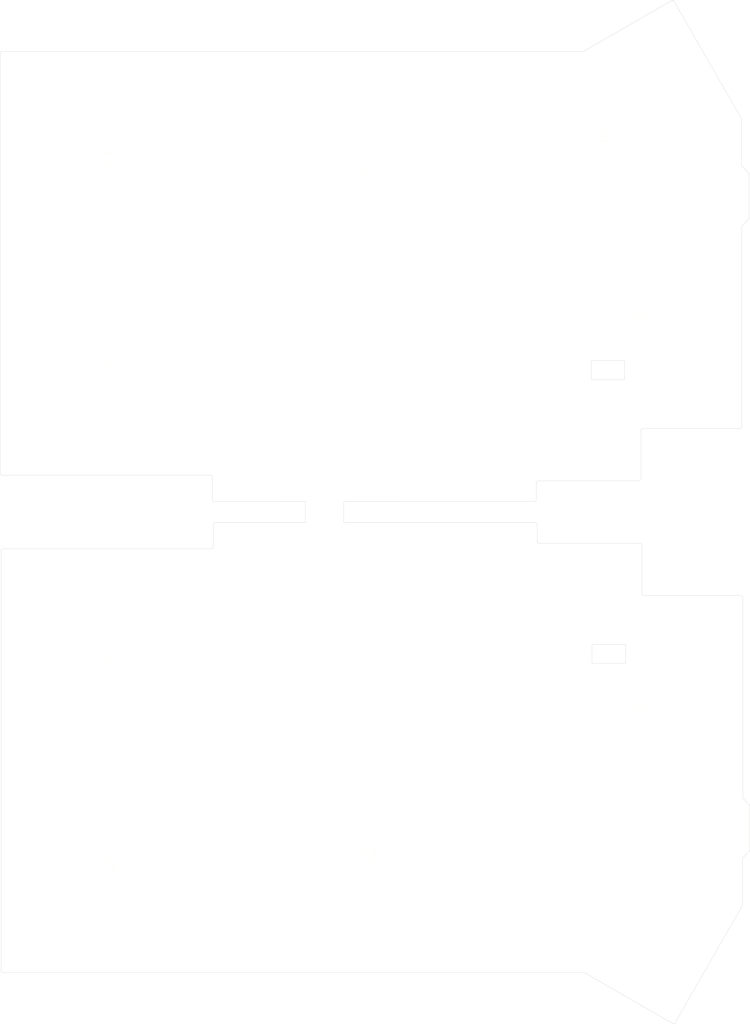
<source format=kicad_pcb>
(kicad_pcb (version 20171130) (host pcbnew "(5.1.0-0)")

  (general
    (thickness 1.6)
    (drawings 73)
    (tracks 0)
    (zones 0)
    (modules 12)
    (nets 1)
  )

  (page A4)
  (layers
    (0 F.Cu signal)
    (31 B.Cu signal)
    (32 B.Adhes user)
    (33 F.Adhes user)
    (34 B.Paste user)
    (35 F.Paste user)
    (36 B.SilkS user)
    (37 F.SilkS user)
    (38 B.Mask user)
    (39 F.Mask user)
    (40 Dwgs.User user)
    (41 Cmts.User user)
    (42 Eco1.User user)
    (43 Eco2.User user)
    (44 Edge.Cuts user)
    (45 Margin user)
    (46 B.CrtYd user)
    (47 F.CrtYd user)
    (48 B.Fab user)
    (49 F.Fab user)
  )

  (setup
    (last_trace_width 0.25)
    (user_trace_width 19.05)
    (trace_clearance 0.2)
    (zone_clearance 0.508)
    (zone_45_only no)
    (trace_min 0.2)
    (via_size 0.8)
    (via_drill 0.4)
    (via_min_size 0.4)
    (via_min_drill 0.3)
    (uvia_size 0.3)
    (uvia_drill 0.1)
    (uvias_allowed no)
    (uvia_min_size 0.2)
    (uvia_min_drill 0.1)
    (edge_width 0.05)
    (segment_width 0.2)
    (pcb_text_width 0.3)
    (pcb_text_size 1.5 1.5)
    (mod_edge_width 0.12)
    (mod_text_size 1 1)
    (mod_text_width 0.15)
    (pad_size 1.524 1.524)
    (pad_drill 0.762)
    (pad_to_mask_clearance 0.051)
    (solder_mask_min_width 0.25)
    (aux_axis_origin 0 0)
    (visible_elements FFFFFF7F)
    (pcbplotparams
      (layerselection 0x010f0_ffffffff)
      (usegerberextensions false)
      (usegerberattributes false)
      (usegerberadvancedattributes false)
      (creategerberjobfile false)
      (excludeedgelayer true)
      (linewidth 0.100000)
      (plotframeref false)
      (viasonmask false)
      (mode 1)
      (useauxorigin false)
      (hpglpennumber 1)
      (hpglpenspeed 20)
      (hpglpendiameter 15.000000)
      (psnegative false)
      (psa4output false)
      (plotreference true)
      (plotvalue true)
      (plotinvisibletext false)
      (padsonsilk false)
      (subtractmaskfromsilk false)
      (outputformat 1)
      (mirror false)
      (drillshape 0)
      (scaleselection 1)
      (outputdirectory ""))
  )

  (net 0 "")

  (net_class Default "これはデフォルトのネット クラスです。"
    (clearance 0.2)
    (trace_width 0.25)
    (via_dia 0.8)
    (via_drill 0.4)
    (uvia_dia 0.3)
    (uvia_drill 0.1)
  )

  (module lily58:HOLE_M2 (layer F.Cu) (tedit 5AB4F321) (tstamp 5EB6F3F7)
    (at 132.2324 39.4843)
    (fp_text reference HOLE_M2 (at 0 -2) (layer Eco2.User) hide
      (effects (font (size 0.29972 0.29972) (thickness 0.07493)))
    )
    (fp_text value VAL** (at 0 1.75) (layer Eco2.User) hide
      (effects (font (size 0.29972 0.29972) (thickness 0.07493)))
    )
    (pad "" np_thru_hole circle (at 0 0) (size 2.2 2.2) (drill 2.2) (layers *.Cu *.Mask F.SilkS)
      (clearance 0.8))
  )

  (module lily58:HOLE_M2 (layer F.Cu) (tedit 5AB4F321) (tstamp 5EB6F3F3)
    (at 85.0646 37.2364)
    (fp_text reference HOLE_M2 (at 0 -2) (layer Eco2.User) hide
      (effects (font (size 0.29972 0.29972) (thickness 0.07493)))
    )
    (fp_text value VAL** (at 0 1.75) (layer Eco2.User) hide
      (effects (font (size 0.29972 0.29972) (thickness 0.07493)))
    )
    (pad "" np_thru_hole circle (at 0 0) (size 2.2 2.2) (drill 2.2) (layers *.Cu *.Mask F.SilkS)
      (clearance 0.8))
  )

  (module lily58:HOLE_M2 (layer F.Cu) (tedit 5AB4F321) (tstamp 5EB6F3EF)
    (at 84.9884 75.3237)
    (fp_text reference HOLE_M2 (at 0 -2) (layer Eco2.User) hide
      (effects (font (size 0.29972 0.29972) (thickness 0.07493)))
    )
    (fp_text value VAL** (at 0 1.75) (layer Eco2.User) hide
      (effects (font (size 0.29972 0.29972) (thickness 0.07493)))
    )
    (pad "" np_thru_hole circle (at 0 0) (size 2.2 2.2) (drill 2.2) (layers *.Cu *.Mask F.SilkS)
      (clearance 0.8))
  )

  (module lily58:HOLE_M2 (layer F.Cu) (tedit 5AB4F321) (tstamp 5EB6F3EB)
    (at 180.9369 65.9892)
    (fp_text reference HOLE_M2 (at 0 -2) (layer Eco2.User) hide
      (effects (font (size 0.29972 0.29972) (thickness 0.07493)))
    )
    (fp_text value VAL** (at 0 1.75) (layer Eco2.User) hide
      (effects (font (size 0.29972 0.29972) (thickness 0.07493)))
    )
    (pad "" np_thru_hole circle (at 0 0) (size 2.2 2.2) (drill 2.2) (layers *.Cu *.Mask F.SilkS)
      (clearance 0.8))
  )

  (module lily58:HOLE_M2 (layer F.Cu) (tedit 5AB4F321) (tstamp 5EB6F2B2)
    (at 180.975 136.398)
    (fp_text reference HOLE_M2 (at 0 -2) (layer Eco2.User) hide
      (effects (font (size 0.29972 0.29972) (thickness 0.07493)))
    )
    (fp_text value VAL** (at 0 1.75) (layer Eco2.User) hide
      (effects (font (size 0.29972 0.29972) (thickness 0.07493)))
    )
    (pad "" np_thru_hole circle (at 0 0) (size 2.2 2.2) (drill 2.2) (layers *.Cu *.Mask F.SilkS)
      (clearance 0.8))
  )

  (module lily58:HOLE_M2 (layer F.Cu) (tedit 5AB4F321) (tstamp 5EB6F2AE)
    (at 85.0265 127.0508)
    (fp_text reference HOLE_M2 (at 0 -2) (layer Eco2.User) hide
      (effects (font (size 0.29972 0.29972) (thickness 0.07493)))
    )
    (fp_text value VAL** (at 0 1.75) (layer Eco2.User) hide
      (effects (font (size 0.29972 0.29972) (thickness 0.07493)))
    )
    (pad "" np_thru_hole circle (at 0 0) (size 2.2 2.2) (drill 2.2) (layers *.Cu *.Mask F.SilkS)
      (clearance 0.8))
  )

  (module lily58:HOLE_M2 (layer F.Cu) (tedit 5AB4F321) (tstamp 5EB6F2AA)
    (at 132.2324 162.8013)
    (fp_text reference HOLE_M2 (at 0 -2) (layer Eco2.User) hide
      (effects (font (size 0.29972 0.29972) (thickness 0.07493)))
    )
    (fp_text value VAL** (at 0 1.75) (layer Eco2.User) hide
      (effects (font (size 0.29972 0.29972) (thickness 0.07493)))
    )
    (pad "" np_thru_hole circle (at 0 0) (size 2.2 2.2) (drill 2.2) (layers *.Cu *.Mask F.SilkS)
      (clearance 0.8))
  )

  (module lily58:HOLE_M2 (layer F.Cu) (tedit 5AB4F321) (tstamp 5EB6F2A6)
    (at 85.0265 165.0238)
    (fp_text reference HOLE_M2 (at 0 -2) (layer Eco2.User) hide
      (effects (font (size 0.29972 0.29972) (thickness 0.07493)))
    )
    (fp_text value VAL** (at 0 1.75) (layer Eco2.User) hide
      (effects (font (size 0.29972 0.29972) (thickness 0.07493)))
    )
    (pad "" np_thru_hole circle (at 0 0) (size 2.2 2.2) (drill 2.2) (layers *.Cu *.Mask F.SilkS)
      (clearance 0.8))
  )

  (module Keebio-Parts:breakaway-mousebites (layer F.Cu) (tedit 5B90EF0D) (tstamp 5EB6F13E)
    (at 123.9993 102.5968 180)
    (fp_text reference REF** (at 0 -3.048 180) (layer Dwgs.User) hide
      (effects (font (size 1 1) (thickness 0.15)))
    )
    (fp_text value breakaway-mousebites (at 0 -4.75 180) (layer F.Fab) hide
      (effects (font (size 1 1) (thickness 0.15)))
    )
    (fp_line (start -2.794 0) (end 2.794 0) (layer Dwgs.User) (width 0.15))
    (pad "" np_thru_hole circle (at 0 -0.254 180) (size 0.7874 0.7874) (drill 0.7874) (layers *.Cu *.Mask))
    (pad "" np_thru_hole circle (at 1.27 -0.254 180) (size 0.7874 0.7874) (drill 0.7874) (layers *.Cu *.Mask))
    (pad "" np_thru_hole circle (at 2.54 -0.254 180) (size 0.7874 0.7874) (drill 0.7874) (layers *.Cu *.Mask))
    (pad "" np_thru_hole circle (at -1.27 -0.254 180) (size 0.7874 0.7874) (drill 0.7874) (layers *.Cu *.Mask))
    (pad "" np_thru_hole circle (at -2.54 -0.254 180) (size 0.7874 0.7874) (drill 0.7874) (layers *.Cu *.Mask))
  )

  (module Keebio-Parts:breakaway-mousebites (layer F.Cu) (tedit 5B90EF0D) (tstamp 5EB6F135)
    (at 123.9993 99.5968)
    (fp_text reference REF** (at 0 -3.048) (layer Dwgs.User) hide
      (effects (font (size 1 1) (thickness 0.15)))
    )
    (fp_text value breakaway-mousebites (at 0 -4.75) (layer F.Fab) hide
      (effects (font (size 1 1) (thickness 0.15)))
    )
    (fp_line (start -2.794 0) (end 2.794 0) (layer Dwgs.User) (width 0.15))
    (pad "" np_thru_hole circle (at -2.54 -0.254) (size 0.7874 0.7874) (drill 0.7874) (layers *.Cu *.Mask))
    (pad "" np_thru_hole circle (at -1.27 -0.254) (size 0.7874 0.7874) (drill 0.7874) (layers *.Cu *.Mask))
    (pad "" np_thru_hole circle (at 2.54 -0.254) (size 0.7874 0.7874) (drill 0.7874) (layers *.Cu *.Mask))
    (pad "" np_thru_hole circle (at 1.27 -0.254) (size 0.7874 0.7874) (drill 0.7874) (layers *.Cu *.Mask))
    (pad "" np_thru_hole circle (at 0 -0.254) (size 0.7874 0.7874) (drill 0.7874) (layers *.Cu *.Mask))
  )

  (module lily58:HOLE_M2 (layer F.Cu) (tedit 5AB4F321) (tstamp 5EB6EFF5)
    (at 174.4472 33.2105)
    (fp_text reference HOLE_M2 (at 0 -2) (layer Eco2.User) hide
      (effects (font (size 0.29972 0.29972) (thickness 0.07493)))
    )
    (fp_text value VAL** (at 0 1.75) (layer Eco2.User) hide
      (effects (font (size 0.29972 0.29972) (thickness 0.07493)))
    )
    (pad "" np_thru_hole circle (at 0 0) (size 2.2 2.2) (drill 2.2) (layers *.Cu *.Mask F.SilkS)
      (clearance 0.8))
  )

  (module lily58:HOLE_M2 (layer F.Cu) (tedit 5AB4F321) (tstamp 5EB6EFF1)
    (at 174.4853 168.9735)
    (fp_text reference HOLE_M2 (at 0 -2) (layer Eco2.User) hide
      (effects (font (size 0.29972 0.29972) (thickness 0.07493)))
    )
    (fp_text value VAL** (at 0 1.75) (layer Eco2.User) hide
      (effects (font (size 0.29972 0.29972) (thickness 0.07493)))
    )
    (pad "" np_thru_hole circle (at 0 0) (size 2.2 2.2) (drill 2.2) (layers *.Cu *.Mask F.SilkS)
      (clearance 0.8))
  )

  (gr_line (start 178.3842 128.3843) (end 172.3136 128.3843) (layer Edge.Cuts) (width 0.05) (tstamp 5EB68D6C))
  (gr_line (start 172.3136 124.9934) (end 172.3136 128.3843) (layer Edge.Cuts) (width 0.05))
  (gr_line (start 178.3842 124.9934) (end 172.3136 124.9934) (layer Edge.Cuts) (width 0.05))
  (gr_line (start 178.3842 128.3843) (end 178.3842 124.9934) (layer Edge.Cuts) (width 0.05))
  (dimension 3.4544 (width 0.12) (layer Dwgs.User) (tstamp 5EB79385)
    (gr_text "3.454 mm" (at 166.0285 126.6859 90) (layer Dwgs.User) (tstamp 5EB79385)
      (effects (font (size 1 1) (thickness 0.15)))
    )
    (feature1 (pts (xy 173.8263 128.4131) (xy 166.712079 128.4131)))
    (feature2 (pts (xy 173.8263 124.9587) (xy 166.712079 124.9587)))
    (crossbar (pts (xy 167.2985 124.9587) (xy 167.2985 128.4131)))
    (arrow1a (pts (xy 167.2985 128.4131) (xy 166.712079 127.286596)))
    (arrow1b (pts (xy 167.2985 128.4131) (xy 167.884921 127.286596)))
    (arrow2a (pts (xy 167.2985 124.9587) (xy 166.712079 126.085204)))
    (arrow2b (pts (xy 167.2985 124.9587) (xy 167.884921 126.085204)))
  )
  (dimension 6.0198 (width 0.12) (layer Dwgs.User) (tstamp 5EB79383)
    (gr_text "6.020 mm" (at 175.3555 132.1715) (layer Dwgs.User) (tstamp 5EB79383)
      (effects (font (size 1 1) (thickness 0.15)))
    )
    (feature1 (pts (xy 178.3654 128.4758) (xy 178.3654 131.487921)))
    (feature2 (pts (xy 172.3456 128.4758) (xy 172.3456 131.487921)))
    (crossbar (pts (xy 172.3456 130.9015) (xy 178.3654 130.9015)))
    (arrow1a (pts (xy 178.3654 130.9015) (xy 177.238896 131.487921)))
    (arrow1b (pts (xy 178.3654 130.9015) (xy 177.238896 130.315079)))
    (arrow2a (pts (xy 172.3456 130.9015) (xy 173.472104 131.487921)))
    (arrow2b (pts (xy 172.3456 130.9015) (xy 173.472104 130.315079)))
  )
  (dimension 21.1709 (width 0.15) (layer Dwgs.User) (tstamp 5EB79381)
    (gr_text "21.171 mm" (at 188.96355 122.045) (layer Dwgs.User) (tstamp 5EB79381)
      (effects (font (size 1 1) (thickness 0.15)))
    )
    (feature1 (pts (xy 199.549 125.1357) (xy 199.549 122.758579)))
    (feature2 (pts (xy 178.3781 125.1357) (xy 178.3781 122.758579)))
    (crossbar (pts (xy 178.3781 123.345) (xy 199.549 123.345)))
    (arrow1a (pts (xy 199.549 123.345) (xy 198.422496 123.931421)))
    (arrow1b (pts (xy 199.549 123.345) (xy 198.422496 122.758579)))
    (arrow2a (pts (xy 178.3781 123.345) (xy 179.504604 123.931421)))
    (arrow2b (pts (xy 178.3781 123.345) (xy 179.504604 122.758579)))
  )
  (dimension 18.2118 (width 0.15) (layer Dwgs.User) (tstamp 5EB7937F)
    (gr_text "18.212 mm" (at 176.5412 115.8393 90) (layer Dwgs.User) (tstamp 5EB7937F)
      (effects (font (size 1 1) (thickness 0.15)))
    )
    (feature1 (pts (xy 174.3649 124.9452) (xy 175.827621 124.9452)))
    (feature2 (pts (xy 174.3649 106.7334) (xy 175.827621 106.7334)))
    (crossbar (pts (xy 175.2412 106.7334) (xy 175.2412 124.9452)))
    (arrow1a (pts (xy 175.2412 124.9452) (xy 174.654779 123.818696)))
    (arrow1b (pts (xy 175.2412 124.9452) (xy 175.827621 123.818696)))
    (arrow2a (pts (xy 175.2412 106.7334) (xy 174.654779 107.859904)))
    (arrow2b (pts (xy 175.2412 106.7334) (xy 175.827621 107.859904)))
  )
  (gr_line (start 172.1739 73.7362) (end 172.1993 73.7489) (layer Edge.Cuts) (width 0.05) (tstamp 5EB68CE8))
  (gr_line (start 172.1739 77.216) (end 172.1739 73.7362) (layer Edge.Cuts) (width 0.05))
  (gr_line (start 178.2064 77.216) (end 172.1739 77.216) (layer Edge.Cuts) (width 0.05))
  (gr_line (start 178.2064 73.7489) (end 178.2064 77.216) (layer Edge.Cuts) (width 0.05))
  (gr_line (start 172.1993 73.7489) (end 178.2064 73.7489) (layer Edge.Cuts) (width 0.05))
  (dimension 3.4544 (width 0.12) (layer Dwgs.User) (tstamp 5EB79385)
    (gr_text "3.454 mm" (at 165.8634 75.4981 90) (layer Dwgs.User) (tstamp 5EB79385)
      (effects (font (size 1 1) (thickness 0.15)))
    )
    (feature1 (pts (xy 173.6612 73.7709) (xy 166.546979 73.7709)))
    (feature2 (pts (xy 173.6612 77.2253) (xy 166.546979 77.2253)))
    (crossbar (pts (xy 167.1334 77.2253) (xy 167.1334 73.7709)))
    (arrow1a (pts (xy 167.1334 73.7709) (xy 166.546979 74.897404)))
    (arrow1b (pts (xy 167.1334 73.7709) (xy 167.719821 74.897404)))
    (arrow2a (pts (xy 167.1334 77.2253) (xy 166.546979 76.098796)))
    (arrow2b (pts (xy 167.1334 77.2253) (xy 167.719821 76.098796)))
  )
  (dimension 6.0198 (width 0.12) (layer Dwgs.User) (tstamp 5EB79383)
    (gr_text "6.020 mm" (at 175.1904 70.0125) (layer Dwgs.User) (tstamp 5EB79383)
      (effects (font (size 1 1) (thickness 0.15)))
    )
    (feature1 (pts (xy 178.2003 73.7082) (xy 178.2003 70.696079)))
    (feature2 (pts (xy 172.1805 73.7082) (xy 172.1805 70.696079)))
    (crossbar (pts (xy 172.1805 71.2825) (xy 178.2003 71.2825)))
    (arrow1a (pts (xy 178.2003 71.2825) (xy 177.073796 70.696079)))
    (arrow1b (pts (xy 178.2003 71.2825) (xy 177.073796 71.868921)))
    (arrow2a (pts (xy 172.1805 71.2825) (xy 173.307004 70.696079)))
    (arrow2b (pts (xy 172.1805 71.2825) (xy 173.307004 71.868921)))
  )
  (dimension 21.1709 (width 0.15) (layer Dwgs.User) (tstamp 5EB79381)
    (gr_text "21.171 mm" (at 188.79845 80.139) (layer Dwgs.User) (tstamp 5EB79381)
      (effects (font (size 1 1) (thickness 0.15)))
    )
    (feature1 (pts (xy 199.3839 77.0483) (xy 199.3839 79.425421)))
    (feature2 (pts (xy 178.213 77.0483) (xy 178.213 79.425421)))
    (crossbar (pts (xy 178.213 78.839) (xy 199.3839 78.839)))
    (arrow1a (pts (xy 199.3839 78.839) (xy 198.257396 78.252579)))
    (arrow1b (pts (xy 199.3839 78.839) (xy 198.257396 79.425421)))
    (arrow2a (pts (xy 178.213 78.839) (xy 179.339504 78.252579)))
    (arrow2b (pts (xy 178.213 78.839) (xy 179.339504 79.425421)))
  )
  (dimension 18.2118 (width 0.15) (layer Dwgs.User) (tstamp 5EB7937F)
    (gr_text "18.212 mm" (at 176.3761 86.3447 90) (layer Dwgs.User) (tstamp 5EB7937F)
      (effects (font (size 1 1) (thickness 0.15)))
    )
    (feature1 (pts (xy 174.1998 77.2388) (xy 175.662521 77.2388)))
    (feature2 (pts (xy 174.1998 95.4506) (xy 175.662521 95.4506)))
    (crossbar (pts (xy 175.0761 95.4506) (xy 175.0761 77.2388)))
    (arrow1a (pts (xy 175.0761 77.2388) (xy 174.489679 78.365304)))
    (arrow1b (pts (xy 175.0761 77.2388) (xy 175.662521 78.365304)))
    (arrow2a (pts (xy 175.0761 95.4506) (xy 174.489679 94.324096)))
    (arrow2b (pts (xy 175.0761 95.4506) (xy 175.662521 94.324096)))
  )
  (gr_arc (start 161.8873 98.8371) (end 162.2429 98.8371) (angle 90) (layer Edge.Cuts) (width 0.05) (tstamp 5EB6F3CD))
  (gr_arc (start 162.5985 95.8018) (end 162.2429 95.8018) (angle 90) (layer Edge.Cuts) (width 0.05) (tstamp 5EB6F3CC))
  (gr_arc (start 180.7976 95.0906) (end 181.1532 95.0906) (angle 90) (layer Edge.Cuts) (width 0.05) (tstamp 5EB6F3CB))
  (gr_arc (start 181.5088 86.3784) (end 181.1532 86.3784) (angle 90) (layer Edge.Cuts) (width 0.05) (tstamp 5EB6F3CA))
  (gr_arc (start 199.0094 85.6672) (end 199.365 85.6672) (angle 90) (layer Edge.Cuts) (width 0.05) (tstamp 5EB6F3C9))
  (gr_arc (start 65.7737 18.3191) (end 65.4181 18.3191) (angle 90) (layer Edge.Cuts) (width 0.05) (tstamp 5EB6F3C8))
  (gr_arc (start 65.7737 94.0873) (end 65.7737 94.4429) (angle 90) (layer Edge.Cuts) (width 0.05) (tstamp 5EB6F3C7))
  (gr_arc (start 103.3911 94.7985) (end 103.3911 94.4429) (angle 90) (layer Edge.Cuts) (width 0.05) (tstamp 5EB6F3C6))
  (gr_arc (start 104.1023 98.8371) (end 104.1023 99.1927) (angle 90) (layer Edge.Cuts) (width 0.05) (tstamp 5EB6F3C5))
  (gr_arc (start 186.893599 8.882999) (end 186.792 8.7306) (angle 90) (layer Edge.Cuts) (width 0.05) (tstamp 5EB6F3C4))
  (gr_line (start 186.792 8.7306) (end 170.7646 17.9635) (layer Edge.Cuts) (width 0.05) (tstamp 5EB6F3C3))
  (gr_line (start 199.3269 30.1174) (end 187.045998 8.7814) (layer Edge.Cuts) (width 0.05) (tstamp 5EB6F3C2))
  (gr_line (start 199.3269 38.6264) (end 199.3269 30.1174) (layer Edge.Cuts) (width 0.05) (tstamp 5EB6F3C1))
  (gr_line (start 200.6477 39.9472) (end 199.3269 38.6264) (layer Edge.Cuts) (width 0.05) (tstamp 5EB6F3C0))
  (gr_line (start 199.365 85.6672) (end 199.365 49.4722) (layer Edge.Cuts) (width 0.05) (tstamp 5EB6F3BF))
  (gr_line (start 181.5088 86.0228) (end 199.0094 86.0228) (layer Edge.Cuts) (width 0.05) (tstamp 5EB6F3BE))
  (gr_line (start 181.1532 95.0906) (end 181.1532 86.3784) (layer Edge.Cuts) (width 0.05) (tstamp 5EB6F3BD))
  (gr_line (start 200.6477 48.1895) (end 200.6477 39.9472) (layer Edge.Cuts) (width 0.05) (tstamp 5EB6F3BC))
  (gr_line (start 199.365 49.4722) (end 200.6477 48.1895) (layer Edge.Cuts) (width 0.05) (tstamp 5EB6F3BB))
  (gr_line (start 65.4181 18.3191) (end 65.4181 94.0873) (layer Edge.Cuts) (width 0.05) (tstamp 5EB6F3BA))
  (gr_line (start 170.7646 17.9635) (end 65.7737 17.9635) (layer Edge.Cuts) (width 0.05) (tstamp 5EB6F3B9))
  (gr_line (start 162.5985 95.4462) (end 180.7976 95.4462) (layer Edge.Cuts) (width 0.05) (tstamp 5EB6F3B8))
  (gr_line (start 162.2429 98.8371) (end 162.2429 95.8018) (layer Edge.Cuts) (width 0.05) (tstamp 5EB6F3B7))
  (gr_line (start 103.7467 94.7985) (end 103.7467 98.8371) (layer Edge.Cuts) (width 0.05) (tstamp 5EB6F3B6))
  (gr_line (start 65.7737 94.4429) (end 103.3911 94.4429) (layer Edge.Cuts) (width 0.05) (tstamp 5EB6F3B5))
  (gr_line (start 65.6026 183.8495) (end 65.6026 108.0813) (layer Edge.Cuts) (width 0.05) (tstamp 5EB6F3B4))
  (gr_line (start 199.5495 152.6964) (end 200.8322 153.9791) (layer Edge.Cuts) (width 0.05) (tstamp 5EB6F3B3))
  (gr_line (start 200.8322 153.9791) (end 200.8322 162.2214) (layer Edge.Cuts) (width 0.05) (tstamp 5EB6F3B2))
  (gr_arc (start 199.1939 116.5014) (end 199.5495 116.5014) (angle -90) (layer Edge.Cuts) (width 0.05) (tstamp 5EB6F3B1))
  (gr_arc (start 181.6933 115.7902) (end 181.3377 115.7902) (angle -90) (layer Edge.Cuts) (width 0.05) (tstamp 5EB6F3B0))
  (gr_arc (start 180.9821 107.078) (end 181.3377 107.078) (angle -90) (layer Edge.Cuts) (width 0.05) (tstamp 5EB6F3AF))
  (gr_arc (start 162.783 106.3668) (end 162.4274 106.3668) (angle -90) (layer Edge.Cuts) (width 0.05) (tstamp 5EB6F3AE))
  (gr_arc (start 162.0718 103.3315) (end 162.4274 103.3315) (angle -90) (layer Edge.Cuts) (width 0.05) (tstamp 5EB6F3AD))
  (gr_arc (start 104.2868 103.3315) (end 104.2868 102.9759) (angle -90) (layer Edge.Cuts) (width 0.05) (tstamp 5EB6F3AC))
  (gr_arc (start 103.5756 107.3701) (end 103.5756 107.7257) (angle -90) (layer Edge.Cuts) (width 0.05) (tstamp 5EB6F3AB))
  (gr_arc (start 65.9582 108.0813) (end 65.9582 107.7257) (angle -90) (layer Edge.Cuts) (width 0.05) (tstamp 5EB6F3AA))
  (gr_arc (start 65.9582 183.8495) (end 65.6026 183.8495) (angle -90) (layer Edge.Cuts) (width 0.05) (tstamp 5EB6F3A3))
  (gr_arc (start 187.078099 193.285601) (end 186.9765 193.438) (angle -90) (layer Edge.Cuts) (width 0.05) (tstamp 5EB6F3A2))
  (gr_line (start 127.4743 99.1968) (end 161.8873 99.1927) (layer Edge.Cuts) (width 0.05) (tstamp 5EB6F14A))
  (gr_line (start 120.5493 102.9759) (end 120.5493 99.1968) (layer Edge.Cuts) (width 0.05) (tstamp 5EB6F149))
  (gr_line (start 120.5493 99.1968) (end 104.1023 99.1927) (layer Edge.Cuts) (width 0.05) (tstamp 5EB6F148))
  (gr_line (start 162.0718 102.9759) (end 127.4743 102.9759) (layer Edge.Cuts) (width 0.05) (tstamp 5EB6F147))
  (gr_line (start 127.4743 102.9759) (end 127.4743 99.1968) (layer Edge.Cuts) (width 0.05) (tstamp 5EB6F134))
  (gr_line (start 65.9582 107.7257) (end 103.5756 107.7257) (layer Edge.Cuts) (width 0.05) (tstamp 5EB6F133))
  (gr_line (start 103.9312 107.3701) (end 103.9312 103.3315) (layer Edge.Cuts) (width 0.05) (tstamp 5EB6F132))
  (gr_line (start 162.4274 103.3315) (end 162.4274 106.3668) (layer Edge.Cuts) (width 0.05) (tstamp 5EB6F131))
  (gr_line (start 162.783 106.7224) (end 180.9821 106.7224) (layer Edge.Cuts) (width 0.05) (tstamp 5EB6F130))
  (gr_line (start 181.3377 107.078) (end 181.3377 115.7902) (layer Edge.Cuts) (width 0.05) (tstamp 5EB6F12F))
  (gr_line (start 181.6933 116.1458) (end 199.1939 116.1458) (layer Edge.Cuts) (width 0.05) (tstamp 5EB6F12E))
  (gr_line (start 199.5495 116.5014) (end 199.5495 152.6964) (layer Edge.Cuts) (width 0.05) (tstamp 5EB6F12D))
  (gr_line (start 200.8322 162.2214) (end 199.5114 163.5422) (layer Edge.Cuts) (width 0.05) (tstamp 5EB6F12C))
  (gr_line (start 199.5114 163.5422) (end 199.5114 172.0512) (layer Edge.Cuts) (width 0.05) (tstamp 5EB6F12B))
  (gr_line (start 199.5114 172.0512) (end 187.230498 193.3872) (layer Edge.Cuts) (width 0.05) (tstamp 5EB6F12A))
  (gr_line (start 186.9765 193.438) (end 170.9491 184.2051) (layer Edge.Cuts) (width 0.05) (tstamp 5EB6F129))
  (gr_line (start 170.9491 184.2051) (end 65.9582 184.2051) (layer Edge.Cuts) (width 0.05) (tstamp 5EB6F128))
  (gr_line (start 104.2868 102.9759) (end 120.5493 102.9759) (layer Edge.Cuts) (width 0.05) (tstamp 5EB6EFF0))

)

</source>
